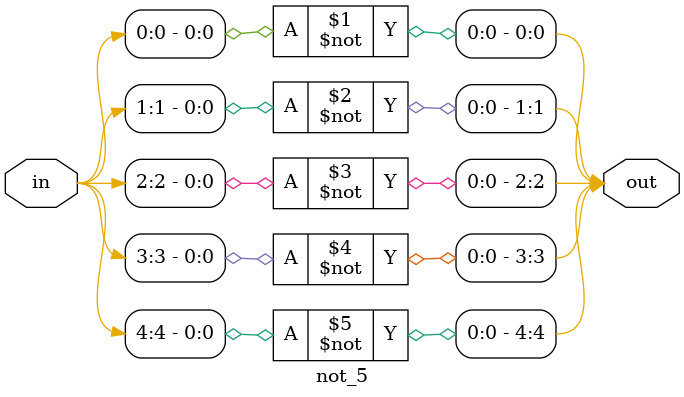
<source format=v>
module not_5(out,in);

input [4:0]in;
output [4:0]out;
not (out[0],in[0]);
not (out[1],in[1]);
not (out[2],in[2]);
not (out[3],in[3]);
not (out[4],in[4]);
endmodule
</source>
